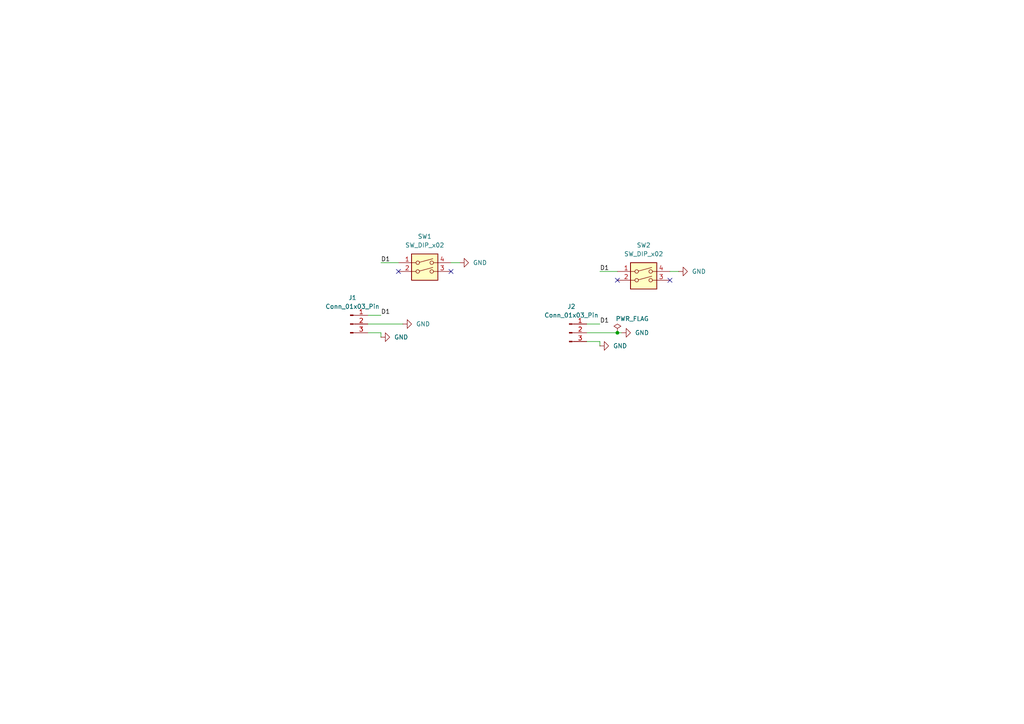
<source format=kicad_sch>
(kicad_sch
	(version 20231120)
	(generator "eeschema")
	(generator_version "8.0")
	(uuid "01f51922-1e51-4556-bc1d-aa1bd319de15")
	(paper "A4")
	(lib_symbols
		(symbol "Connector:Conn_01x03_Pin"
			(pin_names
				(offset 1.016) hide)
			(exclude_from_sim no)
			(in_bom yes)
			(on_board yes)
			(property "Reference" "J"
				(at 0 5.08 0)
				(effects
					(font
						(size 1.27 1.27)
					)
				)
			)
			(property "Value" "Conn_01x03_Pin"
				(at 0 -5.08 0)
				(effects
					(font
						(size 1.27 1.27)
					)
				)
			)
			(property "Footprint" ""
				(at 0 0 0)
				(effects
					(font
						(size 1.27 1.27)
					)
					(hide yes)
				)
			)
			(property "Datasheet" "~"
				(at 0 0 0)
				(effects
					(font
						(size 1.27 1.27)
					)
					(hide yes)
				)
			)
			(property "Description" "Generic connector, single row, 01x03, script generated"
				(at 0 0 0)
				(effects
					(font
						(size 1.27 1.27)
					)
					(hide yes)
				)
			)
			(property "ki_locked" ""
				(at 0 0 0)
				(effects
					(font
						(size 1.27 1.27)
					)
				)
			)
			(property "ki_keywords" "connector"
				(at 0 0 0)
				(effects
					(font
						(size 1.27 1.27)
					)
					(hide yes)
				)
			)
			(property "ki_fp_filters" "Connector*:*_1x??_*"
				(at 0 0 0)
				(effects
					(font
						(size 1.27 1.27)
					)
					(hide yes)
				)
			)
			(symbol "Conn_01x03_Pin_1_1"
				(polyline
					(pts
						(xy 1.27 -2.54) (xy 0.8636 -2.54)
					)
					(stroke
						(width 0.1524)
						(type default)
					)
					(fill
						(type none)
					)
				)
				(polyline
					(pts
						(xy 1.27 0) (xy 0.8636 0)
					)
					(stroke
						(width 0.1524)
						(type default)
					)
					(fill
						(type none)
					)
				)
				(polyline
					(pts
						(xy 1.27 2.54) (xy 0.8636 2.54)
					)
					(stroke
						(width 0.1524)
						(type default)
					)
					(fill
						(type none)
					)
				)
				(rectangle
					(start 0.8636 -2.413)
					(end 0 -2.667)
					(stroke
						(width 0.1524)
						(type default)
					)
					(fill
						(type outline)
					)
				)
				(rectangle
					(start 0.8636 0.127)
					(end 0 -0.127)
					(stroke
						(width 0.1524)
						(type default)
					)
					(fill
						(type outline)
					)
				)
				(rectangle
					(start 0.8636 2.667)
					(end 0 2.413)
					(stroke
						(width 0.1524)
						(type default)
					)
					(fill
						(type outline)
					)
				)
				(pin passive line
					(at 5.08 2.54 180)
					(length 3.81)
					(name "Pin_1"
						(effects
							(font
								(size 1.27 1.27)
							)
						)
					)
					(number "1"
						(effects
							(font
								(size 1.27 1.27)
							)
						)
					)
				)
				(pin passive line
					(at 5.08 0 180)
					(length 3.81)
					(name "Pin_2"
						(effects
							(font
								(size 1.27 1.27)
							)
						)
					)
					(number "2"
						(effects
							(font
								(size 1.27 1.27)
							)
						)
					)
				)
				(pin passive line
					(at 5.08 -2.54 180)
					(length 3.81)
					(name "Pin_3"
						(effects
							(font
								(size 1.27 1.27)
							)
						)
					)
					(number "3"
						(effects
							(font
								(size 1.27 1.27)
							)
						)
					)
				)
			)
		)
		(symbol "Switch:SW_DIP_x02"
			(pin_names
				(offset 0) hide)
			(exclude_from_sim no)
			(in_bom yes)
			(on_board yes)
			(property "Reference" "SW"
				(at 0 6.35 0)
				(effects
					(font
						(size 1.27 1.27)
					)
				)
			)
			(property "Value" "SW_DIP_x02"
				(at 0 -3.81 0)
				(effects
					(font
						(size 1.27 1.27)
					)
				)
			)
			(property "Footprint" ""
				(at 0 0 0)
				(effects
					(font
						(size 1.27 1.27)
					)
					(hide yes)
				)
			)
			(property "Datasheet" "~"
				(at 0 0 0)
				(effects
					(font
						(size 1.27 1.27)
					)
					(hide yes)
				)
			)
			(property "Description" "2x DIP Switch, Single Pole Single Throw (SPST) switch, small symbol"
				(at 0 0 0)
				(effects
					(font
						(size 1.27 1.27)
					)
					(hide yes)
				)
			)
			(property "ki_keywords" "dip switch"
				(at 0 0 0)
				(effects
					(font
						(size 1.27 1.27)
					)
					(hide yes)
				)
			)
			(property "ki_fp_filters" "SW?DIP?x2*"
				(at 0 0 0)
				(effects
					(font
						(size 1.27 1.27)
					)
					(hide yes)
				)
			)
			(symbol "SW_DIP_x02_0_0"
				(circle
					(center -2.032 0)
					(radius 0.508)
					(stroke
						(width 0)
						(type default)
					)
					(fill
						(type none)
					)
				)
				(circle
					(center -2.032 2.54)
					(radius 0.508)
					(stroke
						(width 0)
						(type default)
					)
					(fill
						(type none)
					)
				)
				(polyline
					(pts
						(xy -1.524 0.127) (xy 2.3622 1.1684)
					)
					(stroke
						(width 0)
						(type default)
					)
					(fill
						(type none)
					)
				)
				(polyline
					(pts
						(xy -1.524 2.667) (xy 2.3622 3.7084)
					)
					(stroke
						(width 0)
						(type default)
					)
					(fill
						(type none)
					)
				)
				(circle
					(center 2.032 0)
					(radius 0.508)
					(stroke
						(width 0)
						(type default)
					)
					(fill
						(type none)
					)
				)
				(circle
					(center 2.032 2.54)
					(radius 0.508)
					(stroke
						(width 0)
						(type default)
					)
					(fill
						(type none)
					)
				)
			)
			(symbol "SW_DIP_x02_0_1"
				(rectangle
					(start -3.81 5.08)
					(end 3.81 -2.54)
					(stroke
						(width 0.254)
						(type default)
					)
					(fill
						(type background)
					)
				)
			)
			(symbol "SW_DIP_x02_1_1"
				(pin passive line
					(at -7.62 2.54 0)
					(length 5.08)
					(name "~"
						(effects
							(font
								(size 1.27 1.27)
							)
						)
					)
					(number "1"
						(effects
							(font
								(size 1.27 1.27)
							)
						)
					)
				)
				(pin passive line
					(at -7.62 0 0)
					(length 5.08)
					(name "~"
						(effects
							(font
								(size 1.27 1.27)
							)
						)
					)
					(number "2"
						(effects
							(font
								(size 1.27 1.27)
							)
						)
					)
				)
				(pin passive line
					(at 7.62 0 180)
					(length 5.08)
					(name "~"
						(effects
							(font
								(size 1.27 1.27)
							)
						)
					)
					(number "3"
						(effects
							(font
								(size 1.27 1.27)
							)
						)
					)
				)
				(pin passive line
					(at 7.62 2.54 180)
					(length 5.08)
					(name "~"
						(effects
							(font
								(size 1.27 1.27)
							)
						)
					)
					(number "4"
						(effects
							(font
								(size 1.27 1.27)
							)
						)
					)
				)
			)
		)
		(symbol "power:GND"
			(power)
			(pin_numbers hide)
			(pin_names
				(offset 0) hide)
			(exclude_from_sim no)
			(in_bom yes)
			(on_board yes)
			(property "Reference" "#PWR"
				(at 0 -6.35 0)
				(effects
					(font
						(size 1.27 1.27)
					)
					(hide yes)
				)
			)
			(property "Value" "GND"
				(at 0 -3.81 0)
				(effects
					(font
						(size 1.27 1.27)
					)
				)
			)
			(property "Footprint" ""
				(at 0 0 0)
				(effects
					(font
						(size 1.27 1.27)
					)
					(hide yes)
				)
			)
			(property "Datasheet" ""
				(at 0 0 0)
				(effects
					(font
						(size 1.27 1.27)
					)
					(hide yes)
				)
			)
			(property "Description" "Power symbol creates a global label with name \"GND\" , ground"
				(at 0 0 0)
				(effects
					(font
						(size 1.27 1.27)
					)
					(hide yes)
				)
			)
			(property "ki_keywords" "global power"
				(at 0 0 0)
				(effects
					(font
						(size 1.27 1.27)
					)
					(hide yes)
				)
			)
			(symbol "GND_0_1"
				(polyline
					(pts
						(xy 0 0) (xy 0 -1.27) (xy 1.27 -1.27) (xy 0 -2.54) (xy -1.27 -1.27) (xy 0 -1.27)
					)
					(stroke
						(width 0)
						(type default)
					)
					(fill
						(type none)
					)
				)
			)
			(symbol "GND_1_1"
				(pin power_in line
					(at 0 0 270)
					(length 0)
					(name "~"
						(effects
							(font
								(size 1.27 1.27)
							)
						)
					)
					(number "1"
						(effects
							(font
								(size 1.27 1.27)
							)
						)
					)
				)
			)
		)
		(symbol "power:PWR_FLAG"
			(power)
			(pin_numbers hide)
			(pin_names
				(offset 0) hide)
			(exclude_from_sim no)
			(in_bom yes)
			(on_board yes)
			(property "Reference" "#FLG"
				(at 0 1.905 0)
				(effects
					(font
						(size 1.27 1.27)
					)
					(hide yes)
				)
			)
			(property "Value" "PWR_FLAG"
				(at 0 3.81 0)
				(effects
					(font
						(size 1.27 1.27)
					)
				)
			)
			(property "Footprint" ""
				(at 0 0 0)
				(effects
					(font
						(size 1.27 1.27)
					)
					(hide yes)
				)
			)
			(property "Datasheet" "~"
				(at 0 0 0)
				(effects
					(font
						(size 1.27 1.27)
					)
					(hide yes)
				)
			)
			(property "Description" "Special symbol for telling ERC where power comes from"
				(at 0 0 0)
				(effects
					(font
						(size 1.27 1.27)
					)
					(hide yes)
				)
			)
			(property "ki_keywords" "flag power"
				(at 0 0 0)
				(effects
					(font
						(size 1.27 1.27)
					)
					(hide yes)
				)
			)
			(symbol "PWR_FLAG_0_0"
				(pin power_out line
					(at 0 0 90)
					(length 0)
					(name "~"
						(effects
							(font
								(size 1.27 1.27)
							)
						)
					)
					(number "1"
						(effects
							(font
								(size 1.27 1.27)
							)
						)
					)
				)
			)
			(symbol "PWR_FLAG_0_1"
				(polyline
					(pts
						(xy 0 0) (xy 0 1.27) (xy -1.016 1.905) (xy 0 2.54) (xy 1.016 1.905) (xy 0 1.27)
					)
					(stroke
						(width 0)
						(type default)
					)
					(fill
						(type none)
					)
				)
			)
		)
	)
	(junction
		(at 179.07 96.52)
		(diameter 0)
		(color 0 0 0 0)
		(uuid "b678da31-e9d1-41d2-9651-5d6a28dafe7a")
	)
	(no_connect
		(at 130.81 78.74)
		(uuid "554a2931-a906-4ca0-b747-12f293dae660")
	)
	(no_connect
		(at 194.31 81.28)
		(uuid "5d141b2f-0c99-4e40-8c3e-ab8c161aa388")
	)
	(no_connect
		(at 115.57 78.74)
		(uuid "7980cb90-a5e7-4581-a926-3bbf14b0b2d0")
	)
	(no_connect
		(at 179.07 81.28)
		(uuid "822b189a-110b-414f-875b-97f83ec02ba5")
	)
	(wire
		(pts
			(xy 170.18 99.06) (xy 173.99 99.06)
		)
		(stroke
			(width 0)
			(type default)
		)
		(uuid "0303bbd2-228c-4f76-ba56-4e8775c78791")
	)
	(wire
		(pts
			(xy 106.68 96.52) (xy 110.49 96.52)
		)
		(stroke
			(width 0)
			(type default)
		)
		(uuid "19f72c63-8616-4344-af89-b0443b801a6c")
	)
	(wire
		(pts
			(xy 173.99 78.74) (xy 179.07 78.74)
		)
		(stroke
			(width 0)
			(type default)
		)
		(uuid "3442cbe5-5447-41fb-b04d-90a6983f6b95")
	)
	(wire
		(pts
			(xy 110.49 76.2) (xy 115.57 76.2)
		)
		(stroke
			(width 0)
			(type default)
		)
		(uuid "3c12951d-716a-4277-b4b4-db39e00982ec")
	)
	(wire
		(pts
			(xy 179.07 96.52) (xy 180.34 96.52)
		)
		(stroke
			(width 0)
			(type default)
		)
		(uuid "44b69a79-fce0-48a8-ab58-6c1a5e0f3d03")
	)
	(wire
		(pts
			(xy 173.99 99.06) (xy 173.99 100.33)
		)
		(stroke
			(width 0)
			(type default)
		)
		(uuid "47b82bff-c3f2-4ad0-942a-5b697271f514")
	)
	(wire
		(pts
			(xy 170.18 93.98) (xy 173.99 93.98)
		)
		(stroke
			(width 0)
			(type default)
		)
		(uuid "838f78a3-6d13-4018-afd0-8523f686eeac")
	)
	(wire
		(pts
			(xy 130.81 76.2) (xy 133.35 76.2)
		)
		(stroke
			(width 0)
			(type default)
		)
		(uuid "907e19dc-7bc0-4dda-9e2d-c8e8286dcfbf")
	)
	(wire
		(pts
			(xy 106.68 91.44) (xy 110.49 91.44)
		)
		(stroke
			(width 0)
			(type default)
		)
		(uuid "9ca2a329-87d3-4279-b35e-d018c40ffbfc")
	)
	(wire
		(pts
			(xy 106.68 93.98) (xy 116.84 93.98)
		)
		(stroke
			(width 0)
			(type default)
		)
		(uuid "ac028d81-cf91-4f32-88a8-3340c117d14d")
	)
	(wire
		(pts
			(xy 194.31 78.74) (xy 196.85 78.74)
		)
		(stroke
			(width 0)
			(type default)
		)
		(uuid "b152ee2f-06a0-44b0-9d1f-beba45545f1e")
	)
	(wire
		(pts
			(xy 110.49 96.52) (xy 110.49 97.79)
		)
		(stroke
			(width 0)
			(type default)
		)
		(uuid "c4eb5d44-d26c-4f67-9af9-24ce8039864b")
	)
	(wire
		(pts
			(xy 170.18 96.52) (xy 179.07 96.52)
		)
		(stroke
			(width 0)
			(type default)
		)
		(uuid "d25877d6-9ad4-4819-942a-825ce8bf0708")
	)
	(label "D1"
		(at 173.99 78.74 0)
		(fields_autoplaced yes)
		(effects
			(font
				(size 1.27 1.27)
			)
			(justify left bottom)
		)
		(uuid "079352f5-b293-4f0e-a95e-86bb17c18719")
	)
	(label "D1"
		(at 110.49 91.44 0)
		(fields_autoplaced yes)
		(effects
			(font
				(size 1.27 1.27)
			)
			(justify left bottom)
		)
		(uuid "448caa0d-ef58-490e-94be-c2c08480c7cb")
	)
	(label "D1"
		(at 110.49 76.2 0)
		(fields_autoplaced yes)
		(effects
			(font
				(size 1.27 1.27)
			)
			(justify left bottom)
		)
		(uuid "5dee7cba-5556-46ec-8725-b7d2922c9574")
	)
	(label "D1"
		(at 173.99 93.98 0)
		(fields_autoplaced yes)
		(effects
			(font
				(size 1.27 1.27)
			)
			(justify left bottom)
		)
		(uuid "df771dbb-81e3-497b-8592-e1100935ed98")
	)
	(symbol
		(lib_id "power:GND")
		(at 180.34 96.52 90)
		(unit 1)
		(exclude_from_sim no)
		(in_bom yes)
		(on_board yes)
		(dnp no)
		(fields_autoplaced yes)
		(uuid "02eb8ed4-5122-4dac-99f1-4a77b98ba79e")
		(property "Reference" "#PWR05"
			(at 186.69 96.52 0)
			(effects
				(font
					(size 1.27 1.27)
				)
				(hide yes)
			)
		)
		(property "Value" "GND"
			(at 184.15 96.5199 90)
			(effects
				(font
					(size 1.27 1.27)
				)
				(justify right)
			)
		)
		(property "Footprint" ""
			(at 180.34 96.52 0)
			(effects
				(font
					(size 1.27 1.27)
				)
				(hide yes)
			)
		)
		(property "Datasheet" ""
			(at 180.34 96.52 0)
			(effects
				(font
					(size 1.27 1.27)
				)
				(hide yes)
			)
		)
		(property "Description" "Power symbol creates a global label with name \"GND\" , ground"
			(at 180.34 96.52 0)
			(effects
				(font
					(size 1.27 1.27)
				)
				(hide yes)
			)
		)
		(pin "1"
			(uuid "49592abb-5bfa-42b7-bd01-29193a2f647c")
		)
		(instances
			(project "PCBS 22"
				(path "/01f51922-1e51-4556-bc1d-aa1bd319de15"
					(reference "#PWR05")
					(unit 1)
				)
			)
		)
	)
	(symbol
		(lib_id "Connector:Conn_01x03_Pin")
		(at 165.1 96.52 0)
		(unit 1)
		(exclude_from_sim no)
		(in_bom yes)
		(on_board yes)
		(dnp no)
		(fields_autoplaced yes)
		(uuid "047e6d49-51fc-42ca-99f6-959110901865")
		(property "Reference" "J2"
			(at 165.735 88.9 0)
			(effects
				(font
					(size 1.27 1.27)
				)
			)
		)
		(property "Value" "Conn_01x03_Pin"
			(at 165.735 91.44 0)
			(effects
				(font
					(size 1.27 1.27)
				)
			)
		)
		(property "Footprint" "Connector_PinSocket_2.54mm:PinSocket_1x03_P2.54mm_Vertical"
			(at 165.1 96.52 0)
			(effects
				(font
					(size 1.27 1.27)
				)
				(hide yes)
			)
		)
		(property "Datasheet" "~"
			(at 165.1 96.52 0)
			(effects
				(font
					(size 1.27 1.27)
				)
				(hide yes)
			)
		)
		(property "Description" "Generic connector, single row, 01x03, script generated"
			(at 165.1 96.52 0)
			(effects
				(font
					(size 1.27 1.27)
				)
				(hide yes)
			)
		)
		(pin "1"
			(uuid "8858fec3-1bae-49a3-9346-29bd0ef40c44")
		)
		(pin "2"
			(uuid "0ca428f0-cb96-48d3-9daa-63f03f4a7673")
		)
		(pin "3"
			(uuid "81e9ea32-8485-4200-abcc-ee2b5be77af2")
		)
		(instances
			(project "PCBS 22"
				(path "/01f51922-1e51-4556-bc1d-aa1bd319de15"
					(reference "J2")
					(unit 1)
				)
			)
		)
	)
	(symbol
		(lib_id "power:GND")
		(at 133.35 76.2 90)
		(unit 1)
		(exclude_from_sim no)
		(in_bom yes)
		(on_board yes)
		(dnp no)
		(fields_autoplaced yes)
		(uuid "2f442fb0-3cf2-4b29-a336-2508530da77d")
		(property "Reference" "#PWR03"
			(at 139.7 76.2 0)
			(effects
				(font
					(size 1.27 1.27)
				)
				(hide yes)
			)
		)
		(property "Value" "GND"
			(at 137.16 76.1999 90)
			(effects
				(font
					(size 1.27 1.27)
				)
				(justify right)
			)
		)
		(property "Footprint" ""
			(at 133.35 76.2 0)
			(effects
				(font
					(size 1.27 1.27)
				)
				(hide yes)
			)
		)
		(property "Datasheet" ""
			(at 133.35 76.2 0)
			(effects
				(font
					(size 1.27 1.27)
				)
				(hide yes)
			)
		)
		(property "Description" "Power symbol creates a global label with name \"GND\" , ground"
			(at 133.35 76.2 0)
			(effects
				(font
					(size 1.27 1.27)
				)
				(hide yes)
			)
		)
		(pin "1"
			(uuid "d063db36-40cd-4d4b-acc3-5db0fd13b1d0")
		)
		(instances
			(project "PCBS 22"
				(path "/01f51922-1e51-4556-bc1d-aa1bd319de15"
					(reference "#PWR03")
					(unit 1)
				)
			)
		)
	)
	(symbol
		(lib_id "Switch:SW_DIP_x02")
		(at 186.69 81.28 0)
		(unit 1)
		(exclude_from_sim no)
		(in_bom yes)
		(on_board yes)
		(dnp no)
		(fields_autoplaced yes)
		(uuid "3fe5056b-0c56-403f-9921-b615b9299925")
		(property "Reference" "SW2"
			(at 186.69 71.12 0)
			(effects
				(font
					(size 1.27 1.27)
				)
			)
		)
		(property "Value" "SW_DIP_x02"
			(at 186.69 73.66 0)
			(effects
				(font
					(size 1.27 1.27)
				)
			)
		)
		(property "Footprint" "Libreria Personal:Pulsador grande"
			(at 186.69 81.28 0)
			(effects
				(font
					(size 1.27 1.27)
				)
				(hide yes)
			)
		)
		(property "Datasheet" "~"
			(at 186.69 81.28 0)
			(effects
				(font
					(size 1.27 1.27)
				)
				(hide yes)
			)
		)
		(property "Description" "2x DIP Switch, Single Pole Single Throw (SPST) switch, small symbol"
			(at 186.69 81.28 0)
			(effects
				(font
					(size 1.27 1.27)
				)
				(hide yes)
			)
		)
		(pin "3"
			(uuid "62c29e8f-6516-4730-85f5-35e73ee82ae8")
		)
		(pin "4"
			(uuid "e68f07ed-348b-4af2-9539-b896e3910536")
		)
		(pin "1"
			(uuid "76fa9655-898c-4184-8a5f-25183ebb827f")
		)
		(pin "2"
			(uuid "6b123dd7-218d-470e-9083-3dad078c5457")
		)
		(instances
			(project "PCBS 22"
				(path "/01f51922-1e51-4556-bc1d-aa1bd319de15"
					(reference "SW2")
					(unit 1)
				)
			)
		)
	)
	(symbol
		(lib_id "power:PWR_FLAG")
		(at 179.07 96.52 0)
		(unit 1)
		(exclude_from_sim no)
		(in_bom yes)
		(on_board yes)
		(dnp no)
		(uuid "83d5d97d-3ead-41de-bc98-05904a956d9c")
		(property "Reference" "#FLG02"
			(at 179.07 94.615 0)
			(effects
				(font
					(size 1.27 1.27)
				)
				(hide yes)
			)
		)
		(property "Value" "PWR_FLAG"
			(at 183.388 92.456 0)
			(effects
				(font
					(size 1.27 1.27)
				)
			)
		)
		(property "Footprint" ""
			(at 179.07 96.52 0)
			(effects
				(font
					(size 1.27 1.27)
				)
				(hide yes)
			)
		)
		(property "Datasheet" "~"
			(at 179.07 96.52 0)
			(effects
				(font
					(size 1.27 1.27)
				)
				(hide yes)
			)
		)
		(property "Description" "Special symbol for telling ERC where power comes from"
			(at 179.07 96.52 0)
			(effects
				(font
					(size 1.27 1.27)
				)
				(hide yes)
			)
		)
		(pin "1"
			(uuid "1f6c944d-7c4f-4bf2-b57a-4f8c00c2baec")
		)
		(instances
			(project "PCBS 22"
				(path "/01f51922-1e51-4556-bc1d-aa1bd319de15"
					(reference "#FLG02")
					(unit 1)
				)
			)
		)
	)
	(symbol
		(lib_id "power:GND")
		(at 196.85 78.74 90)
		(unit 1)
		(exclude_from_sim no)
		(in_bom yes)
		(on_board yes)
		(dnp no)
		(fields_autoplaced yes)
		(uuid "8c4d21d8-074c-462b-9134-fbc867002dcb")
		(property "Reference" "#PWR06"
			(at 203.2 78.74 0)
			(effects
				(font
					(size 1.27 1.27)
				)
				(hide yes)
			)
		)
		(property "Value" "GND"
			(at 200.66 78.7399 90)
			(effects
				(font
					(size 1.27 1.27)
				)
				(justify right)
			)
		)
		(property "Footprint" ""
			(at 196.85 78.74 0)
			(effects
				(font
					(size 1.27 1.27)
				)
				(hide yes)
			)
		)
		(property "Datasheet" ""
			(at 196.85 78.74 0)
			(effects
				(font
					(size 1.27 1.27)
				)
				(hide yes)
			)
		)
		(property "Description" "Power symbol creates a global label with name \"GND\" , ground"
			(at 196.85 78.74 0)
			(effects
				(font
					(size 1.27 1.27)
				)
				(hide yes)
			)
		)
		(pin "1"
			(uuid "9b7d4448-1742-4065-881d-ad7ff20e2bc6")
		)
		(instances
			(project "PCBS 22"
				(path "/01f51922-1e51-4556-bc1d-aa1bd319de15"
					(reference "#PWR06")
					(unit 1)
				)
			)
		)
	)
	(symbol
		(lib_id "Switch:SW_DIP_x02")
		(at 123.19 78.74 0)
		(unit 1)
		(exclude_from_sim no)
		(in_bom yes)
		(on_board yes)
		(dnp no)
		(fields_autoplaced yes)
		(uuid "a75c90bb-81ea-4075-ae94-d0bbab3b5db8")
		(property "Reference" "SW1"
			(at 123.19 68.58 0)
			(effects
				(font
					(size 1.27 1.27)
				)
			)
		)
		(property "Value" "SW_DIP_x02"
			(at 123.19 71.12 0)
			(effects
				(font
					(size 1.27 1.27)
				)
			)
		)
		(property "Footprint" "Libreria Personal:Micro Pulsador"
			(at 123.19 78.74 0)
			(effects
				(font
					(size 1.27 1.27)
				)
				(hide yes)
			)
		)
		(property "Datasheet" "~"
			(at 123.19 78.74 0)
			(effects
				(font
					(size 1.27 1.27)
				)
				(hide yes)
			)
		)
		(property "Description" "2x DIP Switch, Single Pole Single Throw (SPST) switch, small symbol"
			(at 123.19 78.74 0)
			(effects
				(font
					(size 1.27 1.27)
				)
				(hide yes)
			)
		)
		(pin "3"
			(uuid "a844392e-be1b-4d0e-9717-5b4b0be4f792")
		)
		(pin "4"
			(uuid "57d312e5-ff63-4406-9089-b96645270360")
		)
		(pin "1"
			(uuid "de0ec8bd-e2f2-4d15-bb7e-d9c1cbf99ffb")
		)
		(pin "2"
			(uuid "57079fca-5cd5-417f-9a8b-cb850ea74820")
		)
		(instances
			(project "PCBS 22"
				(path "/01f51922-1e51-4556-bc1d-aa1bd319de15"
					(reference "SW1")
					(unit 1)
				)
			)
		)
	)
	(symbol
		(lib_id "power:GND")
		(at 173.99 100.33 90)
		(unit 1)
		(exclude_from_sim no)
		(in_bom yes)
		(on_board yes)
		(dnp no)
		(fields_autoplaced yes)
		(uuid "b23b824c-7475-48de-ad5c-241e55d693a5")
		(property "Reference" "#PWR04"
			(at 180.34 100.33 0)
			(effects
				(font
					(size 1.27 1.27)
				)
				(hide yes)
			)
		)
		(property "Value" "GND"
			(at 177.8 100.3299 90)
			(effects
				(font
					(size 1.27 1.27)
				)
				(justify right)
			)
		)
		(property "Footprint" ""
			(at 173.99 100.33 0)
			(effects
				(font
					(size 1.27 1.27)
				)
				(hide yes)
			)
		)
		(property "Datasheet" ""
			(at 173.99 100.33 0)
			(effects
				(font
					(size 1.27 1.27)
				)
				(hide yes)
			)
		)
		(property "Description" "Power symbol creates a global label with name \"GND\" , ground"
			(at 173.99 100.33 0)
			(effects
				(font
					(size 1.27 1.27)
				)
				(hide yes)
			)
		)
		(pin "1"
			(uuid "852ffcdb-4349-4ef8-b08a-10285d1ec685")
		)
		(instances
			(project "PCBS 22"
				(path "/01f51922-1e51-4556-bc1d-aa1bd319de15"
					(reference "#PWR04")
					(unit 1)
				)
			)
		)
	)
	(symbol
		(lib_id "Connector:Conn_01x03_Pin")
		(at 101.6 93.98 0)
		(unit 1)
		(exclude_from_sim no)
		(in_bom yes)
		(on_board yes)
		(dnp no)
		(fields_autoplaced yes)
		(uuid "c722939b-61a2-4083-99c3-8380d2c5ad9b")
		(property "Reference" "J1"
			(at 102.235 86.36 0)
			(effects
				(font
					(size 1.27 1.27)
				)
			)
		)
		(property "Value" "Conn_01x03_Pin"
			(at 102.235 88.9 0)
			(effects
				(font
					(size 1.27 1.27)
				)
			)
		)
		(property "Footprint" "Connector_PinSocket_2.54mm:PinSocket_1x03_P2.54mm_Vertical"
			(at 101.6 93.98 0)
			(effects
				(font
					(size 1.27 1.27)
				)
				(hide yes)
			)
		)
		(property "Datasheet" "~"
			(at 101.6 93.98 0)
			(effects
				(font
					(size 1.27 1.27)
				)
				(hide yes)
			)
		)
		(property "Description" "Generic connector, single row, 01x03, script generated"
			(at 101.6 93.98 0)
			(effects
				(font
					(size 1.27 1.27)
				)
				(hide yes)
			)
		)
		(pin "1"
			(uuid "67f589a5-24a2-4cbc-95bd-05e8896d2722")
		)
		(pin "2"
			(uuid "afc473f3-c28f-425f-bbe2-38d0638284df")
		)
		(pin "3"
			(uuid "b98135c2-f502-4dee-9c4f-af7e0fd3b9fa")
		)
		(instances
			(project "PCBS 22"
				(path "/01f51922-1e51-4556-bc1d-aa1bd319de15"
					(reference "J1")
					(unit 1)
				)
			)
		)
	)
	(symbol
		(lib_id "power:GND")
		(at 110.49 97.79 90)
		(unit 1)
		(exclude_from_sim no)
		(in_bom yes)
		(on_board yes)
		(dnp no)
		(fields_autoplaced yes)
		(uuid "e544668a-eacb-48a3-8075-db088f14328e")
		(property "Reference" "#PWR01"
			(at 116.84 97.79 0)
			(effects
				(font
					(size 1.27 1.27)
				)
				(hide yes)
			)
		)
		(property "Value" "GND"
			(at 114.3 97.7899 90)
			(effects
				(font
					(size 1.27 1.27)
				)
				(justify right)
			)
		)
		(property "Footprint" ""
			(at 110.49 97.79 0)
			(effects
				(font
					(size 1.27 1.27)
				)
				(hide yes)
			)
		)
		(property "Datasheet" ""
			(at 110.49 97.79 0)
			(effects
				(font
					(size 1.27 1.27)
				)
				(hide yes)
			)
		)
		(property "Description" "Power symbol creates a global label with name \"GND\" , ground"
			(at 110.49 97.79 0)
			(effects
				(font
					(size 1.27 1.27)
				)
				(hide yes)
			)
		)
		(pin "1"
			(uuid "f585aced-10f8-4841-8535-1c6e3a80ad36")
		)
		(instances
			(project "PCBS 22"
				(path "/01f51922-1e51-4556-bc1d-aa1bd319de15"
					(reference "#PWR01")
					(unit 1)
				)
			)
		)
	)
	(symbol
		(lib_id "power:GND")
		(at 116.84 93.98 90)
		(unit 1)
		(exclude_from_sim no)
		(in_bom yes)
		(on_board yes)
		(dnp no)
		(fields_autoplaced yes)
		(uuid "e5e06c2f-dd09-44c4-abeb-3986cd9c554c")
		(property "Reference" "#PWR02"
			(at 123.19 93.98 0)
			(effects
				(font
					(size 1.27 1.27)
				)
				(hide yes)
			)
		)
		(property "Value" "GND"
			(at 120.65 93.9799 90)
			(effects
				(font
					(size 1.27 1.27)
				)
				(justify right)
			)
		)
		(property "Footprint" ""
			(at 116.84 93.98 0)
			(effects
				(font
					(size 1.27 1.27)
				)
				(hide yes)
			)
		)
		(property "Datasheet" ""
			(at 116.84 93.98 0)
			(effects
				(font
					(size 1.27 1.27)
				)
				(hide yes)
			)
		)
		(property "Description" "Power symbol creates a global label with name \"GND\" , ground"
			(at 116.84 93.98 0)
			(effects
				(font
					(size 1.27 1.27)
				)
				(hide yes)
			)
		)
		(pin "1"
			(uuid "0975e19a-3b0c-4a05-87ec-74c779847f2b")
		)
		(instances
			(project "PCBS 22"
				(path "/01f51922-1e51-4556-bc1d-aa1bd319de15"
					(reference "#PWR02")
					(unit 1)
				)
			)
		)
	)
	(sheet_instances
		(path "/"
			(page "1")
		)
	)
)

</source>
